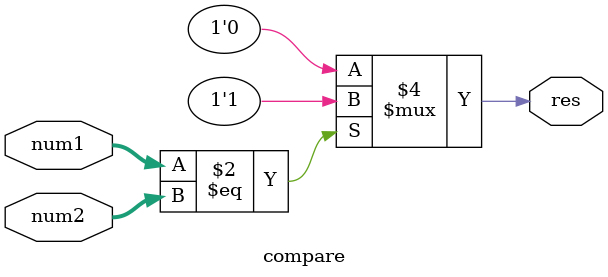
<source format=v>
module compare(input [3:0] num1,
					input [3:0] num2,
					output reg res);

always@(num1 or num2)
begin
	if(num1 == num2)
		res = 1;
	else
		res = 0;
end

endmodule
</source>
